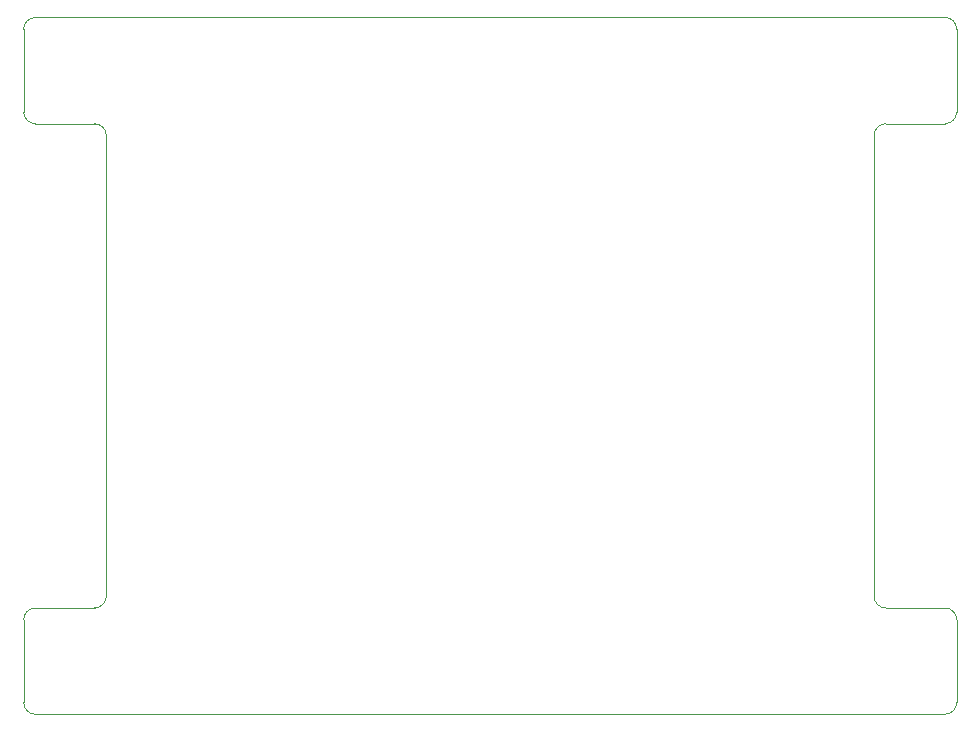
<source format=gbr>
%TF.GenerationSoftware,KiCad,Pcbnew,(5.1.9)-1*%
%TF.CreationDate,2021-05-23T18:39:07+01:00*%
%TF.ProjectId,LEDMaze,4c45444d-617a-4652-9e6b-696361645f70,rev?*%
%TF.SameCoordinates,Original*%
%TF.FileFunction,Profile,NP*%
%FSLAX46Y46*%
G04 Gerber Fmt 4.6, Leading zero omitted, Abs format (unit mm)*
G04 Created by KiCad (PCBNEW (5.1.9)-1) date 2021-05-23 18:39:07*
%MOMM*%
%LPD*%
G01*
G04 APERTURE LIST*
%TA.AperFunction,Profile*%
%ADD10C,0.050000*%
%TD*%
G04 APERTURE END LIST*
D10*
X88500000Y-95500000D02*
G75*
G02*
X87500000Y-94500000I0J1000000D01*
G01*
X93500000Y-95500000D02*
G75*
G02*
X94500000Y-96500000I0J-1000000D01*
G01*
X94500000Y-103500000D02*
G75*
G02*
X93500000Y-104500000I-1000000J0D01*
G01*
X87500000Y-55500000D02*
G75*
G02*
X88500000Y-54500000I1000000J0D01*
G01*
X94500000Y-53500000D02*
G75*
G02*
X93500000Y-54500000I-1000000J0D01*
G01*
X93500000Y-45500000D02*
G75*
G02*
X94500000Y-46500000I0J-1000000D01*
G01*
X16500000Y-104500000D02*
G75*
G02*
X15500000Y-103500000I0J1000000D01*
G01*
X15500000Y-96500000D02*
G75*
G02*
X16500000Y-95500000I1000000J0D01*
G01*
X22500000Y-94500000D02*
G75*
G02*
X21500000Y-95500000I-1000000J0D01*
G01*
X21500000Y-54500000D02*
G75*
G02*
X22500000Y-55500000I0J-1000000D01*
G01*
X16500000Y-54500000D02*
G75*
G02*
X15500000Y-53500000I0J1000000D01*
G01*
X15500000Y-46500000D02*
G75*
G02*
X16500000Y-45500000I1000000J0D01*
G01*
X15500000Y-96500000D02*
X15500000Y-103500000D01*
X21500000Y-95500000D02*
X16500000Y-95500000D01*
X93500000Y-95500000D02*
X88500000Y-95500000D01*
X94500000Y-103500000D02*
X94500000Y-96500000D01*
X15500000Y-53500000D02*
X15500000Y-46500000D01*
X21500000Y-54500000D02*
X16500000Y-54500000D01*
X93500000Y-54500000D02*
X88500000Y-54500000D01*
X94500000Y-46500000D02*
X94500000Y-53500000D01*
X22500000Y-94500000D02*
X22500000Y-55500000D01*
X93500000Y-104500000D02*
X16500000Y-104500000D01*
X87500000Y-55500000D02*
X87500000Y-94500000D01*
X16500000Y-45500000D02*
X93500000Y-45500000D01*
M02*

</source>
